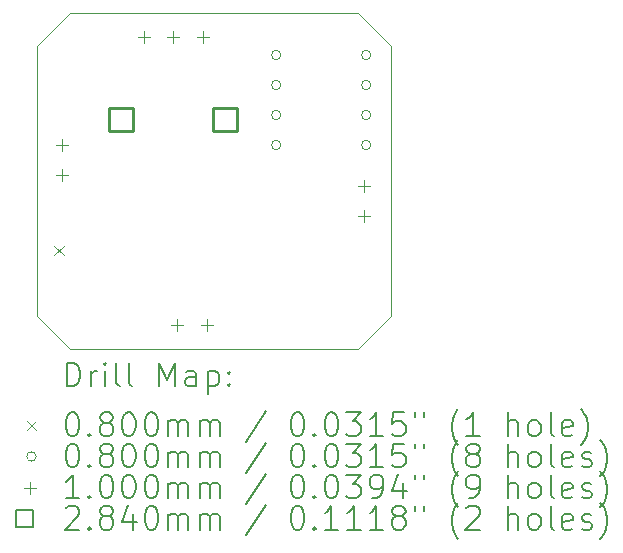
<source format=gbr>
%TF.GenerationSoftware,KiCad,Pcbnew,8.0.5*%
%TF.CreationDate,2024-10-02T19:19:46-04:00*%
%TF.ProjectId,pcb_chip,7063625f-6368-4697-902e-6b696361645f,rev?*%
%TF.SameCoordinates,Original*%
%TF.FileFunction,Drillmap*%
%TF.FilePolarity,Positive*%
%FSLAX45Y45*%
G04 Gerber Fmt 4.5, Leading zero omitted, Abs format (unit mm)*
G04 Created by KiCad (PCBNEW 8.0.5) date 2024-10-02 19:19:46*
%MOMM*%
%LPD*%
G01*
G04 APERTURE LIST*
%ADD10C,0.100000*%
%ADD11C,0.200000*%
%ADD12C,0.284000*%
G04 APERTURE END LIST*
D10*
X14325600Y-8255000D02*
X14325600Y-10541000D01*
X14046200Y-10820400D01*
X11607800Y-10820400D01*
X11328400Y-10541000D01*
X11328400Y-8255000D01*
X11607800Y-7975600D01*
X14046200Y-7975600D01*
X14325600Y-8255000D01*
D11*
D10*
X11476360Y-9947280D02*
X11556360Y-10027280D01*
X11556360Y-9947280D02*
X11476360Y-10027280D01*
X13395320Y-8331200D02*
G75*
G02*
X13315320Y-8331200I-40000J0D01*
G01*
X13315320Y-8331200D02*
G75*
G02*
X13395320Y-8331200I40000J0D01*
G01*
X13395320Y-8585200D02*
G75*
G02*
X13315320Y-8585200I-40000J0D01*
G01*
X13315320Y-8585200D02*
G75*
G02*
X13395320Y-8585200I40000J0D01*
G01*
X13395320Y-8839200D02*
G75*
G02*
X13315320Y-8839200I-40000J0D01*
G01*
X13315320Y-8839200D02*
G75*
G02*
X13395320Y-8839200I40000J0D01*
G01*
X13395320Y-9093200D02*
G75*
G02*
X13315320Y-9093200I-40000J0D01*
G01*
X13315320Y-9093200D02*
G75*
G02*
X13395320Y-9093200I40000J0D01*
G01*
X14157320Y-8331200D02*
G75*
G02*
X14077320Y-8331200I-40000J0D01*
G01*
X14077320Y-8331200D02*
G75*
G02*
X14157320Y-8331200I40000J0D01*
G01*
X14157320Y-8585200D02*
G75*
G02*
X14077320Y-8585200I-40000J0D01*
G01*
X14077320Y-8585200D02*
G75*
G02*
X14157320Y-8585200I40000J0D01*
G01*
X14157320Y-8839200D02*
G75*
G02*
X14077320Y-8839200I-40000J0D01*
G01*
X14077320Y-8839200D02*
G75*
G02*
X14157320Y-8839200I40000J0D01*
G01*
X14157320Y-9093200D02*
G75*
G02*
X14077320Y-9093200I-40000J0D01*
G01*
X14077320Y-9093200D02*
G75*
G02*
X14157320Y-9093200I40000J0D01*
G01*
X11541760Y-9043700D02*
X11541760Y-9143700D01*
X11491760Y-9093700D02*
X11591760Y-9093700D01*
X11541760Y-9297700D02*
X11541760Y-9397700D01*
X11491760Y-9347700D02*
X11591760Y-9347700D01*
X12234100Y-8125500D02*
X12234100Y-8225500D01*
X12184100Y-8175500D02*
X12284100Y-8175500D01*
X12484100Y-8125500D02*
X12484100Y-8225500D01*
X12434100Y-8175500D02*
X12534100Y-8175500D01*
X12517120Y-10567200D02*
X12517120Y-10667200D01*
X12467120Y-10617200D02*
X12567120Y-10617200D01*
X12734100Y-8125500D02*
X12734100Y-8225500D01*
X12684100Y-8175500D02*
X12784100Y-8175500D01*
X12771120Y-10567200D02*
X12771120Y-10667200D01*
X12721120Y-10617200D02*
X12821120Y-10617200D01*
X14097000Y-9386600D02*
X14097000Y-9486600D01*
X14047000Y-9436600D02*
X14147000Y-9436600D01*
X14097000Y-9640600D02*
X14097000Y-9740600D01*
X14047000Y-9690600D02*
X14147000Y-9690600D01*
D12*
X12144510Y-8975910D02*
X12144510Y-8775090D01*
X11943690Y-8775090D01*
X11943690Y-8975910D01*
X12144510Y-8975910D01*
X13024510Y-8975910D02*
X13024510Y-8775090D01*
X12823690Y-8775090D01*
X12823690Y-8975910D01*
X13024510Y-8975910D01*
D11*
X11584177Y-11136884D02*
X11584177Y-10936884D01*
X11584177Y-10936884D02*
X11631796Y-10936884D01*
X11631796Y-10936884D02*
X11660367Y-10946408D01*
X11660367Y-10946408D02*
X11679415Y-10965455D01*
X11679415Y-10965455D02*
X11688939Y-10984503D01*
X11688939Y-10984503D02*
X11698462Y-11022598D01*
X11698462Y-11022598D02*
X11698462Y-11051170D01*
X11698462Y-11051170D02*
X11688939Y-11089265D01*
X11688939Y-11089265D02*
X11679415Y-11108312D01*
X11679415Y-11108312D02*
X11660367Y-11127360D01*
X11660367Y-11127360D02*
X11631796Y-11136884D01*
X11631796Y-11136884D02*
X11584177Y-11136884D01*
X11784177Y-11136884D02*
X11784177Y-11003550D01*
X11784177Y-11041646D02*
X11793701Y-11022598D01*
X11793701Y-11022598D02*
X11803224Y-11013074D01*
X11803224Y-11013074D02*
X11822272Y-11003550D01*
X11822272Y-11003550D02*
X11841320Y-11003550D01*
X11907986Y-11136884D02*
X11907986Y-11003550D01*
X11907986Y-10936884D02*
X11898462Y-10946408D01*
X11898462Y-10946408D02*
X11907986Y-10955931D01*
X11907986Y-10955931D02*
X11917510Y-10946408D01*
X11917510Y-10946408D02*
X11907986Y-10936884D01*
X11907986Y-10936884D02*
X11907986Y-10955931D01*
X12031796Y-11136884D02*
X12012748Y-11127360D01*
X12012748Y-11127360D02*
X12003224Y-11108312D01*
X12003224Y-11108312D02*
X12003224Y-10936884D01*
X12136558Y-11136884D02*
X12117510Y-11127360D01*
X12117510Y-11127360D02*
X12107986Y-11108312D01*
X12107986Y-11108312D02*
X12107986Y-10936884D01*
X12365129Y-11136884D02*
X12365129Y-10936884D01*
X12365129Y-10936884D02*
X12431796Y-11079741D01*
X12431796Y-11079741D02*
X12498462Y-10936884D01*
X12498462Y-10936884D02*
X12498462Y-11136884D01*
X12679415Y-11136884D02*
X12679415Y-11032122D01*
X12679415Y-11032122D02*
X12669891Y-11013074D01*
X12669891Y-11013074D02*
X12650843Y-11003550D01*
X12650843Y-11003550D02*
X12612748Y-11003550D01*
X12612748Y-11003550D02*
X12593701Y-11013074D01*
X12679415Y-11127360D02*
X12660367Y-11136884D01*
X12660367Y-11136884D02*
X12612748Y-11136884D01*
X12612748Y-11136884D02*
X12593701Y-11127360D01*
X12593701Y-11127360D02*
X12584177Y-11108312D01*
X12584177Y-11108312D02*
X12584177Y-11089265D01*
X12584177Y-11089265D02*
X12593701Y-11070217D01*
X12593701Y-11070217D02*
X12612748Y-11060693D01*
X12612748Y-11060693D02*
X12660367Y-11060693D01*
X12660367Y-11060693D02*
X12679415Y-11051170D01*
X12774653Y-11003550D02*
X12774653Y-11203550D01*
X12774653Y-11013074D02*
X12793701Y-11003550D01*
X12793701Y-11003550D02*
X12831796Y-11003550D01*
X12831796Y-11003550D02*
X12850843Y-11013074D01*
X12850843Y-11013074D02*
X12860367Y-11022598D01*
X12860367Y-11022598D02*
X12869891Y-11041646D01*
X12869891Y-11041646D02*
X12869891Y-11098789D01*
X12869891Y-11098789D02*
X12860367Y-11117836D01*
X12860367Y-11117836D02*
X12850843Y-11127360D01*
X12850843Y-11127360D02*
X12831796Y-11136884D01*
X12831796Y-11136884D02*
X12793701Y-11136884D01*
X12793701Y-11136884D02*
X12774653Y-11127360D01*
X12955605Y-11117836D02*
X12965129Y-11127360D01*
X12965129Y-11127360D02*
X12955605Y-11136884D01*
X12955605Y-11136884D02*
X12946082Y-11127360D01*
X12946082Y-11127360D02*
X12955605Y-11117836D01*
X12955605Y-11117836D02*
X12955605Y-11136884D01*
X12955605Y-11013074D02*
X12965129Y-11022598D01*
X12965129Y-11022598D02*
X12955605Y-11032122D01*
X12955605Y-11032122D02*
X12946082Y-11022598D01*
X12946082Y-11022598D02*
X12955605Y-11013074D01*
X12955605Y-11013074D02*
X12955605Y-11032122D01*
D10*
X11243400Y-11425400D02*
X11323400Y-11505400D01*
X11323400Y-11425400D02*
X11243400Y-11505400D01*
D11*
X11622272Y-11356884D02*
X11641320Y-11356884D01*
X11641320Y-11356884D02*
X11660367Y-11366408D01*
X11660367Y-11366408D02*
X11669891Y-11375931D01*
X11669891Y-11375931D02*
X11679415Y-11394979D01*
X11679415Y-11394979D02*
X11688939Y-11433074D01*
X11688939Y-11433074D02*
X11688939Y-11480693D01*
X11688939Y-11480693D02*
X11679415Y-11518788D01*
X11679415Y-11518788D02*
X11669891Y-11537836D01*
X11669891Y-11537836D02*
X11660367Y-11547360D01*
X11660367Y-11547360D02*
X11641320Y-11556884D01*
X11641320Y-11556884D02*
X11622272Y-11556884D01*
X11622272Y-11556884D02*
X11603224Y-11547360D01*
X11603224Y-11547360D02*
X11593701Y-11537836D01*
X11593701Y-11537836D02*
X11584177Y-11518788D01*
X11584177Y-11518788D02*
X11574653Y-11480693D01*
X11574653Y-11480693D02*
X11574653Y-11433074D01*
X11574653Y-11433074D02*
X11584177Y-11394979D01*
X11584177Y-11394979D02*
X11593701Y-11375931D01*
X11593701Y-11375931D02*
X11603224Y-11366408D01*
X11603224Y-11366408D02*
X11622272Y-11356884D01*
X11774653Y-11537836D02*
X11784177Y-11547360D01*
X11784177Y-11547360D02*
X11774653Y-11556884D01*
X11774653Y-11556884D02*
X11765129Y-11547360D01*
X11765129Y-11547360D02*
X11774653Y-11537836D01*
X11774653Y-11537836D02*
X11774653Y-11556884D01*
X11898462Y-11442598D02*
X11879415Y-11433074D01*
X11879415Y-11433074D02*
X11869891Y-11423550D01*
X11869891Y-11423550D02*
X11860367Y-11404503D01*
X11860367Y-11404503D02*
X11860367Y-11394979D01*
X11860367Y-11394979D02*
X11869891Y-11375931D01*
X11869891Y-11375931D02*
X11879415Y-11366408D01*
X11879415Y-11366408D02*
X11898462Y-11356884D01*
X11898462Y-11356884D02*
X11936558Y-11356884D01*
X11936558Y-11356884D02*
X11955605Y-11366408D01*
X11955605Y-11366408D02*
X11965129Y-11375931D01*
X11965129Y-11375931D02*
X11974653Y-11394979D01*
X11974653Y-11394979D02*
X11974653Y-11404503D01*
X11974653Y-11404503D02*
X11965129Y-11423550D01*
X11965129Y-11423550D02*
X11955605Y-11433074D01*
X11955605Y-11433074D02*
X11936558Y-11442598D01*
X11936558Y-11442598D02*
X11898462Y-11442598D01*
X11898462Y-11442598D02*
X11879415Y-11452122D01*
X11879415Y-11452122D02*
X11869891Y-11461646D01*
X11869891Y-11461646D02*
X11860367Y-11480693D01*
X11860367Y-11480693D02*
X11860367Y-11518788D01*
X11860367Y-11518788D02*
X11869891Y-11537836D01*
X11869891Y-11537836D02*
X11879415Y-11547360D01*
X11879415Y-11547360D02*
X11898462Y-11556884D01*
X11898462Y-11556884D02*
X11936558Y-11556884D01*
X11936558Y-11556884D02*
X11955605Y-11547360D01*
X11955605Y-11547360D02*
X11965129Y-11537836D01*
X11965129Y-11537836D02*
X11974653Y-11518788D01*
X11974653Y-11518788D02*
X11974653Y-11480693D01*
X11974653Y-11480693D02*
X11965129Y-11461646D01*
X11965129Y-11461646D02*
X11955605Y-11452122D01*
X11955605Y-11452122D02*
X11936558Y-11442598D01*
X12098462Y-11356884D02*
X12117510Y-11356884D01*
X12117510Y-11356884D02*
X12136558Y-11366408D01*
X12136558Y-11366408D02*
X12146082Y-11375931D01*
X12146082Y-11375931D02*
X12155605Y-11394979D01*
X12155605Y-11394979D02*
X12165129Y-11433074D01*
X12165129Y-11433074D02*
X12165129Y-11480693D01*
X12165129Y-11480693D02*
X12155605Y-11518788D01*
X12155605Y-11518788D02*
X12146082Y-11537836D01*
X12146082Y-11537836D02*
X12136558Y-11547360D01*
X12136558Y-11547360D02*
X12117510Y-11556884D01*
X12117510Y-11556884D02*
X12098462Y-11556884D01*
X12098462Y-11556884D02*
X12079415Y-11547360D01*
X12079415Y-11547360D02*
X12069891Y-11537836D01*
X12069891Y-11537836D02*
X12060367Y-11518788D01*
X12060367Y-11518788D02*
X12050843Y-11480693D01*
X12050843Y-11480693D02*
X12050843Y-11433074D01*
X12050843Y-11433074D02*
X12060367Y-11394979D01*
X12060367Y-11394979D02*
X12069891Y-11375931D01*
X12069891Y-11375931D02*
X12079415Y-11366408D01*
X12079415Y-11366408D02*
X12098462Y-11356884D01*
X12288939Y-11356884D02*
X12307986Y-11356884D01*
X12307986Y-11356884D02*
X12327034Y-11366408D01*
X12327034Y-11366408D02*
X12336558Y-11375931D01*
X12336558Y-11375931D02*
X12346082Y-11394979D01*
X12346082Y-11394979D02*
X12355605Y-11433074D01*
X12355605Y-11433074D02*
X12355605Y-11480693D01*
X12355605Y-11480693D02*
X12346082Y-11518788D01*
X12346082Y-11518788D02*
X12336558Y-11537836D01*
X12336558Y-11537836D02*
X12327034Y-11547360D01*
X12327034Y-11547360D02*
X12307986Y-11556884D01*
X12307986Y-11556884D02*
X12288939Y-11556884D01*
X12288939Y-11556884D02*
X12269891Y-11547360D01*
X12269891Y-11547360D02*
X12260367Y-11537836D01*
X12260367Y-11537836D02*
X12250843Y-11518788D01*
X12250843Y-11518788D02*
X12241320Y-11480693D01*
X12241320Y-11480693D02*
X12241320Y-11433074D01*
X12241320Y-11433074D02*
X12250843Y-11394979D01*
X12250843Y-11394979D02*
X12260367Y-11375931D01*
X12260367Y-11375931D02*
X12269891Y-11366408D01*
X12269891Y-11366408D02*
X12288939Y-11356884D01*
X12441320Y-11556884D02*
X12441320Y-11423550D01*
X12441320Y-11442598D02*
X12450843Y-11433074D01*
X12450843Y-11433074D02*
X12469891Y-11423550D01*
X12469891Y-11423550D02*
X12498463Y-11423550D01*
X12498463Y-11423550D02*
X12517510Y-11433074D01*
X12517510Y-11433074D02*
X12527034Y-11452122D01*
X12527034Y-11452122D02*
X12527034Y-11556884D01*
X12527034Y-11452122D02*
X12536558Y-11433074D01*
X12536558Y-11433074D02*
X12555605Y-11423550D01*
X12555605Y-11423550D02*
X12584177Y-11423550D01*
X12584177Y-11423550D02*
X12603224Y-11433074D01*
X12603224Y-11433074D02*
X12612748Y-11452122D01*
X12612748Y-11452122D02*
X12612748Y-11556884D01*
X12707986Y-11556884D02*
X12707986Y-11423550D01*
X12707986Y-11442598D02*
X12717510Y-11433074D01*
X12717510Y-11433074D02*
X12736558Y-11423550D01*
X12736558Y-11423550D02*
X12765129Y-11423550D01*
X12765129Y-11423550D02*
X12784177Y-11433074D01*
X12784177Y-11433074D02*
X12793701Y-11452122D01*
X12793701Y-11452122D02*
X12793701Y-11556884D01*
X12793701Y-11452122D02*
X12803224Y-11433074D01*
X12803224Y-11433074D02*
X12822272Y-11423550D01*
X12822272Y-11423550D02*
X12850843Y-11423550D01*
X12850843Y-11423550D02*
X12869891Y-11433074D01*
X12869891Y-11433074D02*
X12879415Y-11452122D01*
X12879415Y-11452122D02*
X12879415Y-11556884D01*
X13269891Y-11347360D02*
X13098463Y-11604503D01*
X13527034Y-11356884D02*
X13546082Y-11356884D01*
X13546082Y-11356884D02*
X13565129Y-11366408D01*
X13565129Y-11366408D02*
X13574653Y-11375931D01*
X13574653Y-11375931D02*
X13584177Y-11394979D01*
X13584177Y-11394979D02*
X13593701Y-11433074D01*
X13593701Y-11433074D02*
X13593701Y-11480693D01*
X13593701Y-11480693D02*
X13584177Y-11518788D01*
X13584177Y-11518788D02*
X13574653Y-11537836D01*
X13574653Y-11537836D02*
X13565129Y-11547360D01*
X13565129Y-11547360D02*
X13546082Y-11556884D01*
X13546082Y-11556884D02*
X13527034Y-11556884D01*
X13527034Y-11556884D02*
X13507986Y-11547360D01*
X13507986Y-11547360D02*
X13498463Y-11537836D01*
X13498463Y-11537836D02*
X13488939Y-11518788D01*
X13488939Y-11518788D02*
X13479415Y-11480693D01*
X13479415Y-11480693D02*
X13479415Y-11433074D01*
X13479415Y-11433074D02*
X13488939Y-11394979D01*
X13488939Y-11394979D02*
X13498463Y-11375931D01*
X13498463Y-11375931D02*
X13507986Y-11366408D01*
X13507986Y-11366408D02*
X13527034Y-11356884D01*
X13679415Y-11537836D02*
X13688939Y-11547360D01*
X13688939Y-11547360D02*
X13679415Y-11556884D01*
X13679415Y-11556884D02*
X13669891Y-11547360D01*
X13669891Y-11547360D02*
X13679415Y-11537836D01*
X13679415Y-11537836D02*
X13679415Y-11556884D01*
X13812748Y-11356884D02*
X13831796Y-11356884D01*
X13831796Y-11356884D02*
X13850844Y-11366408D01*
X13850844Y-11366408D02*
X13860367Y-11375931D01*
X13860367Y-11375931D02*
X13869891Y-11394979D01*
X13869891Y-11394979D02*
X13879415Y-11433074D01*
X13879415Y-11433074D02*
X13879415Y-11480693D01*
X13879415Y-11480693D02*
X13869891Y-11518788D01*
X13869891Y-11518788D02*
X13860367Y-11537836D01*
X13860367Y-11537836D02*
X13850844Y-11547360D01*
X13850844Y-11547360D02*
X13831796Y-11556884D01*
X13831796Y-11556884D02*
X13812748Y-11556884D01*
X13812748Y-11556884D02*
X13793701Y-11547360D01*
X13793701Y-11547360D02*
X13784177Y-11537836D01*
X13784177Y-11537836D02*
X13774653Y-11518788D01*
X13774653Y-11518788D02*
X13765129Y-11480693D01*
X13765129Y-11480693D02*
X13765129Y-11433074D01*
X13765129Y-11433074D02*
X13774653Y-11394979D01*
X13774653Y-11394979D02*
X13784177Y-11375931D01*
X13784177Y-11375931D02*
X13793701Y-11366408D01*
X13793701Y-11366408D02*
X13812748Y-11356884D01*
X13946082Y-11356884D02*
X14069891Y-11356884D01*
X14069891Y-11356884D02*
X14003225Y-11433074D01*
X14003225Y-11433074D02*
X14031796Y-11433074D01*
X14031796Y-11433074D02*
X14050844Y-11442598D01*
X14050844Y-11442598D02*
X14060367Y-11452122D01*
X14060367Y-11452122D02*
X14069891Y-11471169D01*
X14069891Y-11471169D02*
X14069891Y-11518788D01*
X14069891Y-11518788D02*
X14060367Y-11537836D01*
X14060367Y-11537836D02*
X14050844Y-11547360D01*
X14050844Y-11547360D02*
X14031796Y-11556884D01*
X14031796Y-11556884D02*
X13974653Y-11556884D01*
X13974653Y-11556884D02*
X13955606Y-11547360D01*
X13955606Y-11547360D02*
X13946082Y-11537836D01*
X14260367Y-11556884D02*
X14146082Y-11556884D01*
X14203225Y-11556884D02*
X14203225Y-11356884D01*
X14203225Y-11356884D02*
X14184177Y-11385455D01*
X14184177Y-11385455D02*
X14165129Y-11404503D01*
X14165129Y-11404503D02*
X14146082Y-11414027D01*
X14441320Y-11356884D02*
X14346082Y-11356884D01*
X14346082Y-11356884D02*
X14336558Y-11452122D01*
X14336558Y-11452122D02*
X14346082Y-11442598D01*
X14346082Y-11442598D02*
X14365129Y-11433074D01*
X14365129Y-11433074D02*
X14412748Y-11433074D01*
X14412748Y-11433074D02*
X14431796Y-11442598D01*
X14431796Y-11442598D02*
X14441320Y-11452122D01*
X14441320Y-11452122D02*
X14450844Y-11471169D01*
X14450844Y-11471169D02*
X14450844Y-11518788D01*
X14450844Y-11518788D02*
X14441320Y-11537836D01*
X14441320Y-11537836D02*
X14431796Y-11547360D01*
X14431796Y-11547360D02*
X14412748Y-11556884D01*
X14412748Y-11556884D02*
X14365129Y-11556884D01*
X14365129Y-11556884D02*
X14346082Y-11547360D01*
X14346082Y-11547360D02*
X14336558Y-11537836D01*
X14527034Y-11356884D02*
X14527034Y-11394979D01*
X14603225Y-11356884D02*
X14603225Y-11394979D01*
X14898463Y-11633074D02*
X14888939Y-11623550D01*
X14888939Y-11623550D02*
X14869891Y-11594979D01*
X14869891Y-11594979D02*
X14860368Y-11575931D01*
X14860368Y-11575931D02*
X14850844Y-11547360D01*
X14850844Y-11547360D02*
X14841320Y-11499741D01*
X14841320Y-11499741D02*
X14841320Y-11461646D01*
X14841320Y-11461646D02*
X14850844Y-11414027D01*
X14850844Y-11414027D02*
X14860368Y-11385455D01*
X14860368Y-11385455D02*
X14869891Y-11366408D01*
X14869891Y-11366408D02*
X14888939Y-11337836D01*
X14888939Y-11337836D02*
X14898463Y-11328312D01*
X15079415Y-11556884D02*
X14965129Y-11556884D01*
X15022272Y-11556884D02*
X15022272Y-11356884D01*
X15022272Y-11356884D02*
X15003225Y-11385455D01*
X15003225Y-11385455D02*
X14984177Y-11404503D01*
X14984177Y-11404503D02*
X14965129Y-11414027D01*
X15317510Y-11556884D02*
X15317510Y-11356884D01*
X15403225Y-11556884D02*
X15403225Y-11452122D01*
X15403225Y-11452122D02*
X15393701Y-11433074D01*
X15393701Y-11433074D02*
X15374653Y-11423550D01*
X15374653Y-11423550D02*
X15346082Y-11423550D01*
X15346082Y-11423550D02*
X15327034Y-11433074D01*
X15327034Y-11433074D02*
X15317510Y-11442598D01*
X15527034Y-11556884D02*
X15507987Y-11547360D01*
X15507987Y-11547360D02*
X15498463Y-11537836D01*
X15498463Y-11537836D02*
X15488939Y-11518788D01*
X15488939Y-11518788D02*
X15488939Y-11461646D01*
X15488939Y-11461646D02*
X15498463Y-11442598D01*
X15498463Y-11442598D02*
X15507987Y-11433074D01*
X15507987Y-11433074D02*
X15527034Y-11423550D01*
X15527034Y-11423550D02*
X15555606Y-11423550D01*
X15555606Y-11423550D02*
X15574653Y-11433074D01*
X15574653Y-11433074D02*
X15584177Y-11442598D01*
X15584177Y-11442598D02*
X15593701Y-11461646D01*
X15593701Y-11461646D02*
X15593701Y-11518788D01*
X15593701Y-11518788D02*
X15584177Y-11537836D01*
X15584177Y-11537836D02*
X15574653Y-11547360D01*
X15574653Y-11547360D02*
X15555606Y-11556884D01*
X15555606Y-11556884D02*
X15527034Y-11556884D01*
X15707987Y-11556884D02*
X15688939Y-11547360D01*
X15688939Y-11547360D02*
X15679415Y-11528312D01*
X15679415Y-11528312D02*
X15679415Y-11356884D01*
X15860368Y-11547360D02*
X15841320Y-11556884D01*
X15841320Y-11556884D02*
X15803225Y-11556884D01*
X15803225Y-11556884D02*
X15784177Y-11547360D01*
X15784177Y-11547360D02*
X15774653Y-11528312D01*
X15774653Y-11528312D02*
X15774653Y-11452122D01*
X15774653Y-11452122D02*
X15784177Y-11433074D01*
X15784177Y-11433074D02*
X15803225Y-11423550D01*
X15803225Y-11423550D02*
X15841320Y-11423550D01*
X15841320Y-11423550D02*
X15860368Y-11433074D01*
X15860368Y-11433074D02*
X15869891Y-11452122D01*
X15869891Y-11452122D02*
X15869891Y-11471169D01*
X15869891Y-11471169D02*
X15774653Y-11490217D01*
X15936558Y-11633074D02*
X15946082Y-11623550D01*
X15946082Y-11623550D02*
X15965130Y-11594979D01*
X15965130Y-11594979D02*
X15974653Y-11575931D01*
X15974653Y-11575931D02*
X15984177Y-11547360D01*
X15984177Y-11547360D02*
X15993701Y-11499741D01*
X15993701Y-11499741D02*
X15993701Y-11461646D01*
X15993701Y-11461646D02*
X15984177Y-11414027D01*
X15984177Y-11414027D02*
X15974653Y-11385455D01*
X15974653Y-11385455D02*
X15965130Y-11366408D01*
X15965130Y-11366408D02*
X15946082Y-11337836D01*
X15946082Y-11337836D02*
X15936558Y-11328312D01*
D10*
X11323400Y-11729400D02*
G75*
G02*
X11243400Y-11729400I-40000J0D01*
G01*
X11243400Y-11729400D02*
G75*
G02*
X11323400Y-11729400I40000J0D01*
G01*
D11*
X11622272Y-11620884D02*
X11641320Y-11620884D01*
X11641320Y-11620884D02*
X11660367Y-11630408D01*
X11660367Y-11630408D02*
X11669891Y-11639931D01*
X11669891Y-11639931D02*
X11679415Y-11658979D01*
X11679415Y-11658979D02*
X11688939Y-11697074D01*
X11688939Y-11697074D02*
X11688939Y-11744693D01*
X11688939Y-11744693D02*
X11679415Y-11782788D01*
X11679415Y-11782788D02*
X11669891Y-11801836D01*
X11669891Y-11801836D02*
X11660367Y-11811360D01*
X11660367Y-11811360D02*
X11641320Y-11820884D01*
X11641320Y-11820884D02*
X11622272Y-11820884D01*
X11622272Y-11820884D02*
X11603224Y-11811360D01*
X11603224Y-11811360D02*
X11593701Y-11801836D01*
X11593701Y-11801836D02*
X11584177Y-11782788D01*
X11584177Y-11782788D02*
X11574653Y-11744693D01*
X11574653Y-11744693D02*
X11574653Y-11697074D01*
X11574653Y-11697074D02*
X11584177Y-11658979D01*
X11584177Y-11658979D02*
X11593701Y-11639931D01*
X11593701Y-11639931D02*
X11603224Y-11630408D01*
X11603224Y-11630408D02*
X11622272Y-11620884D01*
X11774653Y-11801836D02*
X11784177Y-11811360D01*
X11784177Y-11811360D02*
X11774653Y-11820884D01*
X11774653Y-11820884D02*
X11765129Y-11811360D01*
X11765129Y-11811360D02*
X11774653Y-11801836D01*
X11774653Y-11801836D02*
X11774653Y-11820884D01*
X11898462Y-11706598D02*
X11879415Y-11697074D01*
X11879415Y-11697074D02*
X11869891Y-11687550D01*
X11869891Y-11687550D02*
X11860367Y-11668503D01*
X11860367Y-11668503D02*
X11860367Y-11658979D01*
X11860367Y-11658979D02*
X11869891Y-11639931D01*
X11869891Y-11639931D02*
X11879415Y-11630408D01*
X11879415Y-11630408D02*
X11898462Y-11620884D01*
X11898462Y-11620884D02*
X11936558Y-11620884D01*
X11936558Y-11620884D02*
X11955605Y-11630408D01*
X11955605Y-11630408D02*
X11965129Y-11639931D01*
X11965129Y-11639931D02*
X11974653Y-11658979D01*
X11974653Y-11658979D02*
X11974653Y-11668503D01*
X11974653Y-11668503D02*
X11965129Y-11687550D01*
X11965129Y-11687550D02*
X11955605Y-11697074D01*
X11955605Y-11697074D02*
X11936558Y-11706598D01*
X11936558Y-11706598D02*
X11898462Y-11706598D01*
X11898462Y-11706598D02*
X11879415Y-11716122D01*
X11879415Y-11716122D02*
X11869891Y-11725646D01*
X11869891Y-11725646D02*
X11860367Y-11744693D01*
X11860367Y-11744693D02*
X11860367Y-11782788D01*
X11860367Y-11782788D02*
X11869891Y-11801836D01*
X11869891Y-11801836D02*
X11879415Y-11811360D01*
X11879415Y-11811360D02*
X11898462Y-11820884D01*
X11898462Y-11820884D02*
X11936558Y-11820884D01*
X11936558Y-11820884D02*
X11955605Y-11811360D01*
X11955605Y-11811360D02*
X11965129Y-11801836D01*
X11965129Y-11801836D02*
X11974653Y-11782788D01*
X11974653Y-11782788D02*
X11974653Y-11744693D01*
X11974653Y-11744693D02*
X11965129Y-11725646D01*
X11965129Y-11725646D02*
X11955605Y-11716122D01*
X11955605Y-11716122D02*
X11936558Y-11706598D01*
X12098462Y-11620884D02*
X12117510Y-11620884D01*
X12117510Y-11620884D02*
X12136558Y-11630408D01*
X12136558Y-11630408D02*
X12146082Y-11639931D01*
X12146082Y-11639931D02*
X12155605Y-11658979D01*
X12155605Y-11658979D02*
X12165129Y-11697074D01*
X12165129Y-11697074D02*
X12165129Y-11744693D01*
X12165129Y-11744693D02*
X12155605Y-11782788D01*
X12155605Y-11782788D02*
X12146082Y-11801836D01*
X12146082Y-11801836D02*
X12136558Y-11811360D01*
X12136558Y-11811360D02*
X12117510Y-11820884D01*
X12117510Y-11820884D02*
X12098462Y-11820884D01*
X12098462Y-11820884D02*
X12079415Y-11811360D01*
X12079415Y-11811360D02*
X12069891Y-11801836D01*
X12069891Y-11801836D02*
X12060367Y-11782788D01*
X12060367Y-11782788D02*
X12050843Y-11744693D01*
X12050843Y-11744693D02*
X12050843Y-11697074D01*
X12050843Y-11697074D02*
X12060367Y-11658979D01*
X12060367Y-11658979D02*
X12069891Y-11639931D01*
X12069891Y-11639931D02*
X12079415Y-11630408D01*
X12079415Y-11630408D02*
X12098462Y-11620884D01*
X12288939Y-11620884D02*
X12307986Y-11620884D01*
X12307986Y-11620884D02*
X12327034Y-11630408D01*
X12327034Y-11630408D02*
X12336558Y-11639931D01*
X12336558Y-11639931D02*
X12346082Y-11658979D01*
X12346082Y-11658979D02*
X12355605Y-11697074D01*
X12355605Y-11697074D02*
X12355605Y-11744693D01*
X12355605Y-11744693D02*
X12346082Y-11782788D01*
X12346082Y-11782788D02*
X12336558Y-11801836D01*
X12336558Y-11801836D02*
X12327034Y-11811360D01*
X12327034Y-11811360D02*
X12307986Y-11820884D01*
X12307986Y-11820884D02*
X12288939Y-11820884D01*
X12288939Y-11820884D02*
X12269891Y-11811360D01*
X12269891Y-11811360D02*
X12260367Y-11801836D01*
X12260367Y-11801836D02*
X12250843Y-11782788D01*
X12250843Y-11782788D02*
X12241320Y-11744693D01*
X12241320Y-11744693D02*
X12241320Y-11697074D01*
X12241320Y-11697074D02*
X12250843Y-11658979D01*
X12250843Y-11658979D02*
X12260367Y-11639931D01*
X12260367Y-11639931D02*
X12269891Y-11630408D01*
X12269891Y-11630408D02*
X12288939Y-11620884D01*
X12441320Y-11820884D02*
X12441320Y-11687550D01*
X12441320Y-11706598D02*
X12450843Y-11697074D01*
X12450843Y-11697074D02*
X12469891Y-11687550D01*
X12469891Y-11687550D02*
X12498463Y-11687550D01*
X12498463Y-11687550D02*
X12517510Y-11697074D01*
X12517510Y-11697074D02*
X12527034Y-11716122D01*
X12527034Y-11716122D02*
X12527034Y-11820884D01*
X12527034Y-11716122D02*
X12536558Y-11697074D01*
X12536558Y-11697074D02*
X12555605Y-11687550D01*
X12555605Y-11687550D02*
X12584177Y-11687550D01*
X12584177Y-11687550D02*
X12603224Y-11697074D01*
X12603224Y-11697074D02*
X12612748Y-11716122D01*
X12612748Y-11716122D02*
X12612748Y-11820884D01*
X12707986Y-11820884D02*
X12707986Y-11687550D01*
X12707986Y-11706598D02*
X12717510Y-11697074D01*
X12717510Y-11697074D02*
X12736558Y-11687550D01*
X12736558Y-11687550D02*
X12765129Y-11687550D01*
X12765129Y-11687550D02*
X12784177Y-11697074D01*
X12784177Y-11697074D02*
X12793701Y-11716122D01*
X12793701Y-11716122D02*
X12793701Y-11820884D01*
X12793701Y-11716122D02*
X12803224Y-11697074D01*
X12803224Y-11697074D02*
X12822272Y-11687550D01*
X12822272Y-11687550D02*
X12850843Y-11687550D01*
X12850843Y-11687550D02*
X12869891Y-11697074D01*
X12869891Y-11697074D02*
X12879415Y-11716122D01*
X12879415Y-11716122D02*
X12879415Y-11820884D01*
X13269891Y-11611360D02*
X13098463Y-11868503D01*
X13527034Y-11620884D02*
X13546082Y-11620884D01*
X13546082Y-11620884D02*
X13565129Y-11630408D01*
X13565129Y-11630408D02*
X13574653Y-11639931D01*
X13574653Y-11639931D02*
X13584177Y-11658979D01*
X13584177Y-11658979D02*
X13593701Y-11697074D01*
X13593701Y-11697074D02*
X13593701Y-11744693D01*
X13593701Y-11744693D02*
X13584177Y-11782788D01*
X13584177Y-11782788D02*
X13574653Y-11801836D01*
X13574653Y-11801836D02*
X13565129Y-11811360D01*
X13565129Y-11811360D02*
X13546082Y-11820884D01*
X13546082Y-11820884D02*
X13527034Y-11820884D01*
X13527034Y-11820884D02*
X13507986Y-11811360D01*
X13507986Y-11811360D02*
X13498463Y-11801836D01*
X13498463Y-11801836D02*
X13488939Y-11782788D01*
X13488939Y-11782788D02*
X13479415Y-11744693D01*
X13479415Y-11744693D02*
X13479415Y-11697074D01*
X13479415Y-11697074D02*
X13488939Y-11658979D01*
X13488939Y-11658979D02*
X13498463Y-11639931D01*
X13498463Y-11639931D02*
X13507986Y-11630408D01*
X13507986Y-11630408D02*
X13527034Y-11620884D01*
X13679415Y-11801836D02*
X13688939Y-11811360D01*
X13688939Y-11811360D02*
X13679415Y-11820884D01*
X13679415Y-11820884D02*
X13669891Y-11811360D01*
X13669891Y-11811360D02*
X13679415Y-11801836D01*
X13679415Y-11801836D02*
X13679415Y-11820884D01*
X13812748Y-11620884D02*
X13831796Y-11620884D01*
X13831796Y-11620884D02*
X13850844Y-11630408D01*
X13850844Y-11630408D02*
X13860367Y-11639931D01*
X13860367Y-11639931D02*
X13869891Y-11658979D01*
X13869891Y-11658979D02*
X13879415Y-11697074D01*
X13879415Y-11697074D02*
X13879415Y-11744693D01*
X13879415Y-11744693D02*
X13869891Y-11782788D01*
X13869891Y-11782788D02*
X13860367Y-11801836D01*
X13860367Y-11801836D02*
X13850844Y-11811360D01*
X13850844Y-11811360D02*
X13831796Y-11820884D01*
X13831796Y-11820884D02*
X13812748Y-11820884D01*
X13812748Y-11820884D02*
X13793701Y-11811360D01*
X13793701Y-11811360D02*
X13784177Y-11801836D01*
X13784177Y-11801836D02*
X13774653Y-11782788D01*
X13774653Y-11782788D02*
X13765129Y-11744693D01*
X13765129Y-11744693D02*
X13765129Y-11697074D01*
X13765129Y-11697074D02*
X13774653Y-11658979D01*
X13774653Y-11658979D02*
X13784177Y-11639931D01*
X13784177Y-11639931D02*
X13793701Y-11630408D01*
X13793701Y-11630408D02*
X13812748Y-11620884D01*
X13946082Y-11620884D02*
X14069891Y-11620884D01*
X14069891Y-11620884D02*
X14003225Y-11697074D01*
X14003225Y-11697074D02*
X14031796Y-11697074D01*
X14031796Y-11697074D02*
X14050844Y-11706598D01*
X14050844Y-11706598D02*
X14060367Y-11716122D01*
X14060367Y-11716122D02*
X14069891Y-11735169D01*
X14069891Y-11735169D02*
X14069891Y-11782788D01*
X14069891Y-11782788D02*
X14060367Y-11801836D01*
X14060367Y-11801836D02*
X14050844Y-11811360D01*
X14050844Y-11811360D02*
X14031796Y-11820884D01*
X14031796Y-11820884D02*
X13974653Y-11820884D01*
X13974653Y-11820884D02*
X13955606Y-11811360D01*
X13955606Y-11811360D02*
X13946082Y-11801836D01*
X14260367Y-11820884D02*
X14146082Y-11820884D01*
X14203225Y-11820884D02*
X14203225Y-11620884D01*
X14203225Y-11620884D02*
X14184177Y-11649455D01*
X14184177Y-11649455D02*
X14165129Y-11668503D01*
X14165129Y-11668503D02*
X14146082Y-11678027D01*
X14441320Y-11620884D02*
X14346082Y-11620884D01*
X14346082Y-11620884D02*
X14336558Y-11716122D01*
X14336558Y-11716122D02*
X14346082Y-11706598D01*
X14346082Y-11706598D02*
X14365129Y-11697074D01*
X14365129Y-11697074D02*
X14412748Y-11697074D01*
X14412748Y-11697074D02*
X14431796Y-11706598D01*
X14431796Y-11706598D02*
X14441320Y-11716122D01*
X14441320Y-11716122D02*
X14450844Y-11735169D01*
X14450844Y-11735169D02*
X14450844Y-11782788D01*
X14450844Y-11782788D02*
X14441320Y-11801836D01*
X14441320Y-11801836D02*
X14431796Y-11811360D01*
X14431796Y-11811360D02*
X14412748Y-11820884D01*
X14412748Y-11820884D02*
X14365129Y-11820884D01*
X14365129Y-11820884D02*
X14346082Y-11811360D01*
X14346082Y-11811360D02*
X14336558Y-11801836D01*
X14527034Y-11620884D02*
X14527034Y-11658979D01*
X14603225Y-11620884D02*
X14603225Y-11658979D01*
X14898463Y-11897074D02*
X14888939Y-11887550D01*
X14888939Y-11887550D02*
X14869891Y-11858979D01*
X14869891Y-11858979D02*
X14860368Y-11839931D01*
X14860368Y-11839931D02*
X14850844Y-11811360D01*
X14850844Y-11811360D02*
X14841320Y-11763741D01*
X14841320Y-11763741D02*
X14841320Y-11725646D01*
X14841320Y-11725646D02*
X14850844Y-11678027D01*
X14850844Y-11678027D02*
X14860368Y-11649455D01*
X14860368Y-11649455D02*
X14869891Y-11630408D01*
X14869891Y-11630408D02*
X14888939Y-11601836D01*
X14888939Y-11601836D02*
X14898463Y-11592312D01*
X15003225Y-11706598D02*
X14984177Y-11697074D01*
X14984177Y-11697074D02*
X14974653Y-11687550D01*
X14974653Y-11687550D02*
X14965129Y-11668503D01*
X14965129Y-11668503D02*
X14965129Y-11658979D01*
X14965129Y-11658979D02*
X14974653Y-11639931D01*
X14974653Y-11639931D02*
X14984177Y-11630408D01*
X14984177Y-11630408D02*
X15003225Y-11620884D01*
X15003225Y-11620884D02*
X15041320Y-11620884D01*
X15041320Y-11620884D02*
X15060368Y-11630408D01*
X15060368Y-11630408D02*
X15069891Y-11639931D01*
X15069891Y-11639931D02*
X15079415Y-11658979D01*
X15079415Y-11658979D02*
X15079415Y-11668503D01*
X15079415Y-11668503D02*
X15069891Y-11687550D01*
X15069891Y-11687550D02*
X15060368Y-11697074D01*
X15060368Y-11697074D02*
X15041320Y-11706598D01*
X15041320Y-11706598D02*
X15003225Y-11706598D01*
X15003225Y-11706598D02*
X14984177Y-11716122D01*
X14984177Y-11716122D02*
X14974653Y-11725646D01*
X14974653Y-11725646D02*
X14965129Y-11744693D01*
X14965129Y-11744693D02*
X14965129Y-11782788D01*
X14965129Y-11782788D02*
X14974653Y-11801836D01*
X14974653Y-11801836D02*
X14984177Y-11811360D01*
X14984177Y-11811360D02*
X15003225Y-11820884D01*
X15003225Y-11820884D02*
X15041320Y-11820884D01*
X15041320Y-11820884D02*
X15060368Y-11811360D01*
X15060368Y-11811360D02*
X15069891Y-11801836D01*
X15069891Y-11801836D02*
X15079415Y-11782788D01*
X15079415Y-11782788D02*
X15079415Y-11744693D01*
X15079415Y-11744693D02*
X15069891Y-11725646D01*
X15069891Y-11725646D02*
X15060368Y-11716122D01*
X15060368Y-11716122D02*
X15041320Y-11706598D01*
X15317510Y-11820884D02*
X15317510Y-11620884D01*
X15403225Y-11820884D02*
X15403225Y-11716122D01*
X15403225Y-11716122D02*
X15393701Y-11697074D01*
X15393701Y-11697074D02*
X15374653Y-11687550D01*
X15374653Y-11687550D02*
X15346082Y-11687550D01*
X15346082Y-11687550D02*
X15327034Y-11697074D01*
X15327034Y-11697074D02*
X15317510Y-11706598D01*
X15527034Y-11820884D02*
X15507987Y-11811360D01*
X15507987Y-11811360D02*
X15498463Y-11801836D01*
X15498463Y-11801836D02*
X15488939Y-11782788D01*
X15488939Y-11782788D02*
X15488939Y-11725646D01*
X15488939Y-11725646D02*
X15498463Y-11706598D01*
X15498463Y-11706598D02*
X15507987Y-11697074D01*
X15507987Y-11697074D02*
X15527034Y-11687550D01*
X15527034Y-11687550D02*
X15555606Y-11687550D01*
X15555606Y-11687550D02*
X15574653Y-11697074D01*
X15574653Y-11697074D02*
X15584177Y-11706598D01*
X15584177Y-11706598D02*
X15593701Y-11725646D01*
X15593701Y-11725646D02*
X15593701Y-11782788D01*
X15593701Y-11782788D02*
X15584177Y-11801836D01*
X15584177Y-11801836D02*
X15574653Y-11811360D01*
X15574653Y-11811360D02*
X15555606Y-11820884D01*
X15555606Y-11820884D02*
X15527034Y-11820884D01*
X15707987Y-11820884D02*
X15688939Y-11811360D01*
X15688939Y-11811360D02*
X15679415Y-11792312D01*
X15679415Y-11792312D02*
X15679415Y-11620884D01*
X15860368Y-11811360D02*
X15841320Y-11820884D01*
X15841320Y-11820884D02*
X15803225Y-11820884D01*
X15803225Y-11820884D02*
X15784177Y-11811360D01*
X15784177Y-11811360D02*
X15774653Y-11792312D01*
X15774653Y-11792312D02*
X15774653Y-11716122D01*
X15774653Y-11716122D02*
X15784177Y-11697074D01*
X15784177Y-11697074D02*
X15803225Y-11687550D01*
X15803225Y-11687550D02*
X15841320Y-11687550D01*
X15841320Y-11687550D02*
X15860368Y-11697074D01*
X15860368Y-11697074D02*
X15869891Y-11716122D01*
X15869891Y-11716122D02*
X15869891Y-11735169D01*
X15869891Y-11735169D02*
X15774653Y-11754217D01*
X15946082Y-11811360D02*
X15965130Y-11820884D01*
X15965130Y-11820884D02*
X16003225Y-11820884D01*
X16003225Y-11820884D02*
X16022272Y-11811360D01*
X16022272Y-11811360D02*
X16031796Y-11792312D01*
X16031796Y-11792312D02*
X16031796Y-11782788D01*
X16031796Y-11782788D02*
X16022272Y-11763741D01*
X16022272Y-11763741D02*
X16003225Y-11754217D01*
X16003225Y-11754217D02*
X15974653Y-11754217D01*
X15974653Y-11754217D02*
X15955606Y-11744693D01*
X15955606Y-11744693D02*
X15946082Y-11725646D01*
X15946082Y-11725646D02*
X15946082Y-11716122D01*
X15946082Y-11716122D02*
X15955606Y-11697074D01*
X15955606Y-11697074D02*
X15974653Y-11687550D01*
X15974653Y-11687550D02*
X16003225Y-11687550D01*
X16003225Y-11687550D02*
X16022272Y-11697074D01*
X16098463Y-11897074D02*
X16107987Y-11887550D01*
X16107987Y-11887550D02*
X16127034Y-11858979D01*
X16127034Y-11858979D02*
X16136558Y-11839931D01*
X16136558Y-11839931D02*
X16146082Y-11811360D01*
X16146082Y-11811360D02*
X16155606Y-11763741D01*
X16155606Y-11763741D02*
X16155606Y-11725646D01*
X16155606Y-11725646D02*
X16146082Y-11678027D01*
X16146082Y-11678027D02*
X16136558Y-11649455D01*
X16136558Y-11649455D02*
X16127034Y-11630408D01*
X16127034Y-11630408D02*
X16107987Y-11601836D01*
X16107987Y-11601836D02*
X16098463Y-11592312D01*
D10*
X11273400Y-11943400D02*
X11273400Y-12043400D01*
X11223400Y-11993400D02*
X11323400Y-11993400D01*
D11*
X11688939Y-12084884D02*
X11574653Y-12084884D01*
X11631796Y-12084884D02*
X11631796Y-11884884D01*
X11631796Y-11884884D02*
X11612748Y-11913455D01*
X11612748Y-11913455D02*
X11593701Y-11932503D01*
X11593701Y-11932503D02*
X11574653Y-11942027D01*
X11774653Y-12065836D02*
X11784177Y-12075360D01*
X11784177Y-12075360D02*
X11774653Y-12084884D01*
X11774653Y-12084884D02*
X11765129Y-12075360D01*
X11765129Y-12075360D02*
X11774653Y-12065836D01*
X11774653Y-12065836D02*
X11774653Y-12084884D01*
X11907986Y-11884884D02*
X11927034Y-11884884D01*
X11927034Y-11884884D02*
X11946082Y-11894408D01*
X11946082Y-11894408D02*
X11955605Y-11903931D01*
X11955605Y-11903931D02*
X11965129Y-11922979D01*
X11965129Y-11922979D02*
X11974653Y-11961074D01*
X11974653Y-11961074D02*
X11974653Y-12008693D01*
X11974653Y-12008693D02*
X11965129Y-12046788D01*
X11965129Y-12046788D02*
X11955605Y-12065836D01*
X11955605Y-12065836D02*
X11946082Y-12075360D01*
X11946082Y-12075360D02*
X11927034Y-12084884D01*
X11927034Y-12084884D02*
X11907986Y-12084884D01*
X11907986Y-12084884D02*
X11888939Y-12075360D01*
X11888939Y-12075360D02*
X11879415Y-12065836D01*
X11879415Y-12065836D02*
X11869891Y-12046788D01*
X11869891Y-12046788D02*
X11860367Y-12008693D01*
X11860367Y-12008693D02*
X11860367Y-11961074D01*
X11860367Y-11961074D02*
X11869891Y-11922979D01*
X11869891Y-11922979D02*
X11879415Y-11903931D01*
X11879415Y-11903931D02*
X11888939Y-11894408D01*
X11888939Y-11894408D02*
X11907986Y-11884884D01*
X12098462Y-11884884D02*
X12117510Y-11884884D01*
X12117510Y-11884884D02*
X12136558Y-11894408D01*
X12136558Y-11894408D02*
X12146082Y-11903931D01*
X12146082Y-11903931D02*
X12155605Y-11922979D01*
X12155605Y-11922979D02*
X12165129Y-11961074D01*
X12165129Y-11961074D02*
X12165129Y-12008693D01*
X12165129Y-12008693D02*
X12155605Y-12046788D01*
X12155605Y-12046788D02*
X12146082Y-12065836D01*
X12146082Y-12065836D02*
X12136558Y-12075360D01*
X12136558Y-12075360D02*
X12117510Y-12084884D01*
X12117510Y-12084884D02*
X12098462Y-12084884D01*
X12098462Y-12084884D02*
X12079415Y-12075360D01*
X12079415Y-12075360D02*
X12069891Y-12065836D01*
X12069891Y-12065836D02*
X12060367Y-12046788D01*
X12060367Y-12046788D02*
X12050843Y-12008693D01*
X12050843Y-12008693D02*
X12050843Y-11961074D01*
X12050843Y-11961074D02*
X12060367Y-11922979D01*
X12060367Y-11922979D02*
X12069891Y-11903931D01*
X12069891Y-11903931D02*
X12079415Y-11894408D01*
X12079415Y-11894408D02*
X12098462Y-11884884D01*
X12288939Y-11884884D02*
X12307986Y-11884884D01*
X12307986Y-11884884D02*
X12327034Y-11894408D01*
X12327034Y-11894408D02*
X12336558Y-11903931D01*
X12336558Y-11903931D02*
X12346082Y-11922979D01*
X12346082Y-11922979D02*
X12355605Y-11961074D01*
X12355605Y-11961074D02*
X12355605Y-12008693D01*
X12355605Y-12008693D02*
X12346082Y-12046788D01*
X12346082Y-12046788D02*
X12336558Y-12065836D01*
X12336558Y-12065836D02*
X12327034Y-12075360D01*
X12327034Y-12075360D02*
X12307986Y-12084884D01*
X12307986Y-12084884D02*
X12288939Y-12084884D01*
X12288939Y-12084884D02*
X12269891Y-12075360D01*
X12269891Y-12075360D02*
X12260367Y-12065836D01*
X12260367Y-12065836D02*
X12250843Y-12046788D01*
X12250843Y-12046788D02*
X12241320Y-12008693D01*
X12241320Y-12008693D02*
X12241320Y-11961074D01*
X12241320Y-11961074D02*
X12250843Y-11922979D01*
X12250843Y-11922979D02*
X12260367Y-11903931D01*
X12260367Y-11903931D02*
X12269891Y-11894408D01*
X12269891Y-11894408D02*
X12288939Y-11884884D01*
X12441320Y-12084884D02*
X12441320Y-11951550D01*
X12441320Y-11970598D02*
X12450843Y-11961074D01*
X12450843Y-11961074D02*
X12469891Y-11951550D01*
X12469891Y-11951550D02*
X12498463Y-11951550D01*
X12498463Y-11951550D02*
X12517510Y-11961074D01*
X12517510Y-11961074D02*
X12527034Y-11980122D01*
X12527034Y-11980122D02*
X12527034Y-12084884D01*
X12527034Y-11980122D02*
X12536558Y-11961074D01*
X12536558Y-11961074D02*
X12555605Y-11951550D01*
X12555605Y-11951550D02*
X12584177Y-11951550D01*
X12584177Y-11951550D02*
X12603224Y-11961074D01*
X12603224Y-11961074D02*
X12612748Y-11980122D01*
X12612748Y-11980122D02*
X12612748Y-12084884D01*
X12707986Y-12084884D02*
X12707986Y-11951550D01*
X12707986Y-11970598D02*
X12717510Y-11961074D01*
X12717510Y-11961074D02*
X12736558Y-11951550D01*
X12736558Y-11951550D02*
X12765129Y-11951550D01*
X12765129Y-11951550D02*
X12784177Y-11961074D01*
X12784177Y-11961074D02*
X12793701Y-11980122D01*
X12793701Y-11980122D02*
X12793701Y-12084884D01*
X12793701Y-11980122D02*
X12803224Y-11961074D01*
X12803224Y-11961074D02*
X12822272Y-11951550D01*
X12822272Y-11951550D02*
X12850843Y-11951550D01*
X12850843Y-11951550D02*
X12869891Y-11961074D01*
X12869891Y-11961074D02*
X12879415Y-11980122D01*
X12879415Y-11980122D02*
X12879415Y-12084884D01*
X13269891Y-11875360D02*
X13098463Y-12132503D01*
X13527034Y-11884884D02*
X13546082Y-11884884D01*
X13546082Y-11884884D02*
X13565129Y-11894408D01*
X13565129Y-11894408D02*
X13574653Y-11903931D01*
X13574653Y-11903931D02*
X13584177Y-11922979D01*
X13584177Y-11922979D02*
X13593701Y-11961074D01*
X13593701Y-11961074D02*
X13593701Y-12008693D01*
X13593701Y-12008693D02*
X13584177Y-12046788D01*
X13584177Y-12046788D02*
X13574653Y-12065836D01*
X13574653Y-12065836D02*
X13565129Y-12075360D01*
X13565129Y-12075360D02*
X13546082Y-12084884D01*
X13546082Y-12084884D02*
X13527034Y-12084884D01*
X13527034Y-12084884D02*
X13507986Y-12075360D01*
X13507986Y-12075360D02*
X13498463Y-12065836D01*
X13498463Y-12065836D02*
X13488939Y-12046788D01*
X13488939Y-12046788D02*
X13479415Y-12008693D01*
X13479415Y-12008693D02*
X13479415Y-11961074D01*
X13479415Y-11961074D02*
X13488939Y-11922979D01*
X13488939Y-11922979D02*
X13498463Y-11903931D01*
X13498463Y-11903931D02*
X13507986Y-11894408D01*
X13507986Y-11894408D02*
X13527034Y-11884884D01*
X13679415Y-12065836D02*
X13688939Y-12075360D01*
X13688939Y-12075360D02*
X13679415Y-12084884D01*
X13679415Y-12084884D02*
X13669891Y-12075360D01*
X13669891Y-12075360D02*
X13679415Y-12065836D01*
X13679415Y-12065836D02*
X13679415Y-12084884D01*
X13812748Y-11884884D02*
X13831796Y-11884884D01*
X13831796Y-11884884D02*
X13850844Y-11894408D01*
X13850844Y-11894408D02*
X13860367Y-11903931D01*
X13860367Y-11903931D02*
X13869891Y-11922979D01*
X13869891Y-11922979D02*
X13879415Y-11961074D01*
X13879415Y-11961074D02*
X13879415Y-12008693D01*
X13879415Y-12008693D02*
X13869891Y-12046788D01*
X13869891Y-12046788D02*
X13860367Y-12065836D01*
X13860367Y-12065836D02*
X13850844Y-12075360D01*
X13850844Y-12075360D02*
X13831796Y-12084884D01*
X13831796Y-12084884D02*
X13812748Y-12084884D01*
X13812748Y-12084884D02*
X13793701Y-12075360D01*
X13793701Y-12075360D02*
X13784177Y-12065836D01*
X13784177Y-12065836D02*
X13774653Y-12046788D01*
X13774653Y-12046788D02*
X13765129Y-12008693D01*
X13765129Y-12008693D02*
X13765129Y-11961074D01*
X13765129Y-11961074D02*
X13774653Y-11922979D01*
X13774653Y-11922979D02*
X13784177Y-11903931D01*
X13784177Y-11903931D02*
X13793701Y-11894408D01*
X13793701Y-11894408D02*
X13812748Y-11884884D01*
X13946082Y-11884884D02*
X14069891Y-11884884D01*
X14069891Y-11884884D02*
X14003225Y-11961074D01*
X14003225Y-11961074D02*
X14031796Y-11961074D01*
X14031796Y-11961074D02*
X14050844Y-11970598D01*
X14050844Y-11970598D02*
X14060367Y-11980122D01*
X14060367Y-11980122D02*
X14069891Y-11999169D01*
X14069891Y-11999169D02*
X14069891Y-12046788D01*
X14069891Y-12046788D02*
X14060367Y-12065836D01*
X14060367Y-12065836D02*
X14050844Y-12075360D01*
X14050844Y-12075360D02*
X14031796Y-12084884D01*
X14031796Y-12084884D02*
X13974653Y-12084884D01*
X13974653Y-12084884D02*
X13955606Y-12075360D01*
X13955606Y-12075360D02*
X13946082Y-12065836D01*
X14165129Y-12084884D02*
X14203225Y-12084884D01*
X14203225Y-12084884D02*
X14222272Y-12075360D01*
X14222272Y-12075360D02*
X14231796Y-12065836D01*
X14231796Y-12065836D02*
X14250844Y-12037265D01*
X14250844Y-12037265D02*
X14260367Y-11999169D01*
X14260367Y-11999169D02*
X14260367Y-11922979D01*
X14260367Y-11922979D02*
X14250844Y-11903931D01*
X14250844Y-11903931D02*
X14241320Y-11894408D01*
X14241320Y-11894408D02*
X14222272Y-11884884D01*
X14222272Y-11884884D02*
X14184177Y-11884884D01*
X14184177Y-11884884D02*
X14165129Y-11894408D01*
X14165129Y-11894408D02*
X14155606Y-11903931D01*
X14155606Y-11903931D02*
X14146082Y-11922979D01*
X14146082Y-11922979D02*
X14146082Y-11970598D01*
X14146082Y-11970598D02*
X14155606Y-11989646D01*
X14155606Y-11989646D02*
X14165129Y-11999169D01*
X14165129Y-11999169D02*
X14184177Y-12008693D01*
X14184177Y-12008693D02*
X14222272Y-12008693D01*
X14222272Y-12008693D02*
X14241320Y-11999169D01*
X14241320Y-11999169D02*
X14250844Y-11989646D01*
X14250844Y-11989646D02*
X14260367Y-11970598D01*
X14431796Y-11951550D02*
X14431796Y-12084884D01*
X14384177Y-11875360D02*
X14336558Y-12018217D01*
X14336558Y-12018217D02*
X14460367Y-12018217D01*
X14527034Y-11884884D02*
X14527034Y-11922979D01*
X14603225Y-11884884D02*
X14603225Y-11922979D01*
X14898463Y-12161074D02*
X14888939Y-12151550D01*
X14888939Y-12151550D02*
X14869891Y-12122979D01*
X14869891Y-12122979D02*
X14860368Y-12103931D01*
X14860368Y-12103931D02*
X14850844Y-12075360D01*
X14850844Y-12075360D02*
X14841320Y-12027741D01*
X14841320Y-12027741D02*
X14841320Y-11989646D01*
X14841320Y-11989646D02*
X14850844Y-11942027D01*
X14850844Y-11942027D02*
X14860368Y-11913455D01*
X14860368Y-11913455D02*
X14869891Y-11894408D01*
X14869891Y-11894408D02*
X14888939Y-11865836D01*
X14888939Y-11865836D02*
X14898463Y-11856312D01*
X14984177Y-12084884D02*
X15022272Y-12084884D01*
X15022272Y-12084884D02*
X15041320Y-12075360D01*
X15041320Y-12075360D02*
X15050844Y-12065836D01*
X15050844Y-12065836D02*
X15069891Y-12037265D01*
X15069891Y-12037265D02*
X15079415Y-11999169D01*
X15079415Y-11999169D02*
X15079415Y-11922979D01*
X15079415Y-11922979D02*
X15069891Y-11903931D01*
X15069891Y-11903931D02*
X15060368Y-11894408D01*
X15060368Y-11894408D02*
X15041320Y-11884884D01*
X15041320Y-11884884D02*
X15003225Y-11884884D01*
X15003225Y-11884884D02*
X14984177Y-11894408D01*
X14984177Y-11894408D02*
X14974653Y-11903931D01*
X14974653Y-11903931D02*
X14965129Y-11922979D01*
X14965129Y-11922979D02*
X14965129Y-11970598D01*
X14965129Y-11970598D02*
X14974653Y-11989646D01*
X14974653Y-11989646D02*
X14984177Y-11999169D01*
X14984177Y-11999169D02*
X15003225Y-12008693D01*
X15003225Y-12008693D02*
X15041320Y-12008693D01*
X15041320Y-12008693D02*
X15060368Y-11999169D01*
X15060368Y-11999169D02*
X15069891Y-11989646D01*
X15069891Y-11989646D02*
X15079415Y-11970598D01*
X15317510Y-12084884D02*
X15317510Y-11884884D01*
X15403225Y-12084884D02*
X15403225Y-11980122D01*
X15403225Y-11980122D02*
X15393701Y-11961074D01*
X15393701Y-11961074D02*
X15374653Y-11951550D01*
X15374653Y-11951550D02*
X15346082Y-11951550D01*
X15346082Y-11951550D02*
X15327034Y-11961074D01*
X15327034Y-11961074D02*
X15317510Y-11970598D01*
X15527034Y-12084884D02*
X15507987Y-12075360D01*
X15507987Y-12075360D02*
X15498463Y-12065836D01*
X15498463Y-12065836D02*
X15488939Y-12046788D01*
X15488939Y-12046788D02*
X15488939Y-11989646D01*
X15488939Y-11989646D02*
X15498463Y-11970598D01*
X15498463Y-11970598D02*
X15507987Y-11961074D01*
X15507987Y-11961074D02*
X15527034Y-11951550D01*
X15527034Y-11951550D02*
X15555606Y-11951550D01*
X15555606Y-11951550D02*
X15574653Y-11961074D01*
X15574653Y-11961074D02*
X15584177Y-11970598D01*
X15584177Y-11970598D02*
X15593701Y-11989646D01*
X15593701Y-11989646D02*
X15593701Y-12046788D01*
X15593701Y-12046788D02*
X15584177Y-12065836D01*
X15584177Y-12065836D02*
X15574653Y-12075360D01*
X15574653Y-12075360D02*
X15555606Y-12084884D01*
X15555606Y-12084884D02*
X15527034Y-12084884D01*
X15707987Y-12084884D02*
X15688939Y-12075360D01*
X15688939Y-12075360D02*
X15679415Y-12056312D01*
X15679415Y-12056312D02*
X15679415Y-11884884D01*
X15860368Y-12075360D02*
X15841320Y-12084884D01*
X15841320Y-12084884D02*
X15803225Y-12084884D01*
X15803225Y-12084884D02*
X15784177Y-12075360D01*
X15784177Y-12075360D02*
X15774653Y-12056312D01*
X15774653Y-12056312D02*
X15774653Y-11980122D01*
X15774653Y-11980122D02*
X15784177Y-11961074D01*
X15784177Y-11961074D02*
X15803225Y-11951550D01*
X15803225Y-11951550D02*
X15841320Y-11951550D01*
X15841320Y-11951550D02*
X15860368Y-11961074D01*
X15860368Y-11961074D02*
X15869891Y-11980122D01*
X15869891Y-11980122D02*
X15869891Y-11999169D01*
X15869891Y-11999169D02*
X15774653Y-12018217D01*
X15946082Y-12075360D02*
X15965130Y-12084884D01*
X15965130Y-12084884D02*
X16003225Y-12084884D01*
X16003225Y-12084884D02*
X16022272Y-12075360D01*
X16022272Y-12075360D02*
X16031796Y-12056312D01*
X16031796Y-12056312D02*
X16031796Y-12046788D01*
X16031796Y-12046788D02*
X16022272Y-12027741D01*
X16022272Y-12027741D02*
X16003225Y-12018217D01*
X16003225Y-12018217D02*
X15974653Y-12018217D01*
X15974653Y-12018217D02*
X15955606Y-12008693D01*
X15955606Y-12008693D02*
X15946082Y-11989646D01*
X15946082Y-11989646D02*
X15946082Y-11980122D01*
X15946082Y-11980122D02*
X15955606Y-11961074D01*
X15955606Y-11961074D02*
X15974653Y-11951550D01*
X15974653Y-11951550D02*
X16003225Y-11951550D01*
X16003225Y-11951550D02*
X16022272Y-11961074D01*
X16098463Y-12161074D02*
X16107987Y-12151550D01*
X16107987Y-12151550D02*
X16127034Y-12122979D01*
X16127034Y-12122979D02*
X16136558Y-12103931D01*
X16136558Y-12103931D02*
X16146082Y-12075360D01*
X16146082Y-12075360D02*
X16155606Y-12027741D01*
X16155606Y-12027741D02*
X16155606Y-11989646D01*
X16155606Y-11989646D02*
X16146082Y-11942027D01*
X16146082Y-11942027D02*
X16136558Y-11913455D01*
X16136558Y-11913455D02*
X16127034Y-11894408D01*
X16127034Y-11894408D02*
X16107987Y-11865836D01*
X16107987Y-11865836D02*
X16098463Y-11856312D01*
X11294111Y-12328111D02*
X11294111Y-12186689D01*
X11152689Y-12186689D01*
X11152689Y-12328111D01*
X11294111Y-12328111D01*
X11574653Y-12167931D02*
X11584177Y-12158408D01*
X11584177Y-12158408D02*
X11603224Y-12148884D01*
X11603224Y-12148884D02*
X11650843Y-12148884D01*
X11650843Y-12148884D02*
X11669891Y-12158408D01*
X11669891Y-12158408D02*
X11679415Y-12167931D01*
X11679415Y-12167931D02*
X11688939Y-12186979D01*
X11688939Y-12186979D02*
X11688939Y-12206027D01*
X11688939Y-12206027D02*
X11679415Y-12234598D01*
X11679415Y-12234598D02*
X11565129Y-12348884D01*
X11565129Y-12348884D02*
X11688939Y-12348884D01*
X11774653Y-12329836D02*
X11784177Y-12339360D01*
X11784177Y-12339360D02*
X11774653Y-12348884D01*
X11774653Y-12348884D02*
X11765129Y-12339360D01*
X11765129Y-12339360D02*
X11774653Y-12329836D01*
X11774653Y-12329836D02*
X11774653Y-12348884D01*
X11898462Y-12234598D02*
X11879415Y-12225074D01*
X11879415Y-12225074D02*
X11869891Y-12215550D01*
X11869891Y-12215550D02*
X11860367Y-12196503D01*
X11860367Y-12196503D02*
X11860367Y-12186979D01*
X11860367Y-12186979D02*
X11869891Y-12167931D01*
X11869891Y-12167931D02*
X11879415Y-12158408D01*
X11879415Y-12158408D02*
X11898462Y-12148884D01*
X11898462Y-12148884D02*
X11936558Y-12148884D01*
X11936558Y-12148884D02*
X11955605Y-12158408D01*
X11955605Y-12158408D02*
X11965129Y-12167931D01*
X11965129Y-12167931D02*
X11974653Y-12186979D01*
X11974653Y-12186979D02*
X11974653Y-12196503D01*
X11974653Y-12196503D02*
X11965129Y-12215550D01*
X11965129Y-12215550D02*
X11955605Y-12225074D01*
X11955605Y-12225074D02*
X11936558Y-12234598D01*
X11936558Y-12234598D02*
X11898462Y-12234598D01*
X11898462Y-12234598D02*
X11879415Y-12244122D01*
X11879415Y-12244122D02*
X11869891Y-12253646D01*
X11869891Y-12253646D02*
X11860367Y-12272693D01*
X11860367Y-12272693D02*
X11860367Y-12310788D01*
X11860367Y-12310788D02*
X11869891Y-12329836D01*
X11869891Y-12329836D02*
X11879415Y-12339360D01*
X11879415Y-12339360D02*
X11898462Y-12348884D01*
X11898462Y-12348884D02*
X11936558Y-12348884D01*
X11936558Y-12348884D02*
X11955605Y-12339360D01*
X11955605Y-12339360D02*
X11965129Y-12329836D01*
X11965129Y-12329836D02*
X11974653Y-12310788D01*
X11974653Y-12310788D02*
X11974653Y-12272693D01*
X11974653Y-12272693D02*
X11965129Y-12253646D01*
X11965129Y-12253646D02*
X11955605Y-12244122D01*
X11955605Y-12244122D02*
X11936558Y-12234598D01*
X12146082Y-12215550D02*
X12146082Y-12348884D01*
X12098462Y-12139360D02*
X12050843Y-12282217D01*
X12050843Y-12282217D02*
X12174653Y-12282217D01*
X12288939Y-12148884D02*
X12307986Y-12148884D01*
X12307986Y-12148884D02*
X12327034Y-12158408D01*
X12327034Y-12158408D02*
X12336558Y-12167931D01*
X12336558Y-12167931D02*
X12346082Y-12186979D01*
X12346082Y-12186979D02*
X12355605Y-12225074D01*
X12355605Y-12225074D02*
X12355605Y-12272693D01*
X12355605Y-12272693D02*
X12346082Y-12310788D01*
X12346082Y-12310788D02*
X12336558Y-12329836D01*
X12336558Y-12329836D02*
X12327034Y-12339360D01*
X12327034Y-12339360D02*
X12307986Y-12348884D01*
X12307986Y-12348884D02*
X12288939Y-12348884D01*
X12288939Y-12348884D02*
X12269891Y-12339360D01*
X12269891Y-12339360D02*
X12260367Y-12329836D01*
X12260367Y-12329836D02*
X12250843Y-12310788D01*
X12250843Y-12310788D02*
X12241320Y-12272693D01*
X12241320Y-12272693D02*
X12241320Y-12225074D01*
X12241320Y-12225074D02*
X12250843Y-12186979D01*
X12250843Y-12186979D02*
X12260367Y-12167931D01*
X12260367Y-12167931D02*
X12269891Y-12158408D01*
X12269891Y-12158408D02*
X12288939Y-12148884D01*
X12441320Y-12348884D02*
X12441320Y-12215550D01*
X12441320Y-12234598D02*
X12450843Y-12225074D01*
X12450843Y-12225074D02*
X12469891Y-12215550D01*
X12469891Y-12215550D02*
X12498463Y-12215550D01*
X12498463Y-12215550D02*
X12517510Y-12225074D01*
X12517510Y-12225074D02*
X12527034Y-12244122D01*
X12527034Y-12244122D02*
X12527034Y-12348884D01*
X12527034Y-12244122D02*
X12536558Y-12225074D01*
X12536558Y-12225074D02*
X12555605Y-12215550D01*
X12555605Y-12215550D02*
X12584177Y-12215550D01*
X12584177Y-12215550D02*
X12603224Y-12225074D01*
X12603224Y-12225074D02*
X12612748Y-12244122D01*
X12612748Y-12244122D02*
X12612748Y-12348884D01*
X12707986Y-12348884D02*
X12707986Y-12215550D01*
X12707986Y-12234598D02*
X12717510Y-12225074D01*
X12717510Y-12225074D02*
X12736558Y-12215550D01*
X12736558Y-12215550D02*
X12765129Y-12215550D01*
X12765129Y-12215550D02*
X12784177Y-12225074D01*
X12784177Y-12225074D02*
X12793701Y-12244122D01*
X12793701Y-12244122D02*
X12793701Y-12348884D01*
X12793701Y-12244122D02*
X12803224Y-12225074D01*
X12803224Y-12225074D02*
X12822272Y-12215550D01*
X12822272Y-12215550D02*
X12850843Y-12215550D01*
X12850843Y-12215550D02*
X12869891Y-12225074D01*
X12869891Y-12225074D02*
X12879415Y-12244122D01*
X12879415Y-12244122D02*
X12879415Y-12348884D01*
X13269891Y-12139360D02*
X13098463Y-12396503D01*
X13527034Y-12148884D02*
X13546082Y-12148884D01*
X13546082Y-12148884D02*
X13565129Y-12158408D01*
X13565129Y-12158408D02*
X13574653Y-12167931D01*
X13574653Y-12167931D02*
X13584177Y-12186979D01*
X13584177Y-12186979D02*
X13593701Y-12225074D01*
X13593701Y-12225074D02*
X13593701Y-12272693D01*
X13593701Y-12272693D02*
X13584177Y-12310788D01*
X13584177Y-12310788D02*
X13574653Y-12329836D01*
X13574653Y-12329836D02*
X13565129Y-12339360D01*
X13565129Y-12339360D02*
X13546082Y-12348884D01*
X13546082Y-12348884D02*
X13527034Y-12348884D01*
X13527034Y-12348884D02*
X13507986Y-12339360D01*
X13507986Y-12339360D02*
X13498463Y-12329836D01*
X13498463Y-12329836D02*
X13488939Y-12310788D01*
X13488939Y-12310788D02*
X13479415Y-12272693D01*
X13479415Y-12272693D02*
X13479415Y-12225074D01*
X13479415Y-12225074D02*
X13488939Y-12186979D01*
X13488939Y-12186979D02*
X13498463Y-12167931D01*
X13498463Y-12167931D02*
X13507986Y-12158408D01*
X13507986Y-12158408D02*
X13527034Y-12148884D01*
X13679415Y-12329836D02*
X13688939Y-12339360D01*
X13688939Y-12339360D02*
X13679415Y-12348884D01*
X13679415Y-12348884D02*
X13669891Y-12339360D01*
X13669891Y-12339360D02*
X13679415Y-12329836D01*
X13679415Y-12329836D02*
X13679415Y-12348884D01*
X13879415Y-12348884D02*
X13765129Y-12348884D01*
X13822272Y-12348884D02*
X13822272Y-12148884D01*
X13822272Y-12148884D02*
X13803225Y-12177455D01*
X13803225Y-12177455D02*
X13784177Y-12196503D01*
X13784177Y-12196503D02*
X13765129Y-12206027D01*
X14069891Y-12348884D02*
X13955606Y-12348884D01*
X14012748Y-12348884D02*
X14012748Y-12148884D01*
X14012748Y-12148884D02*
X13993701Y-12177455D01*
X13993701Y-12177455D02*
X13974653Y-12196503D01*
X13974653Y-12196503D02*
X13955606Y-12206027D01*
X14260367Y-12348884D02*
X14146082Y-12348884D01*
X14203225Y-12348884D02*
X14203225Y-12148884D01*
X14203225Y-12148884D02*
X14184177Y-12177455D01*
X14184177Y-12177455D02*
X14165129Y-12196503D01*
X14165129Y-12196503D02*
X14146082Y-12206027D01*
X14374653Y-12234598D02*
X14355606Y-12225074D01*
X14355606Y-12225074D02*
X14346082Y-12215550D01*
X14346082Y-12215550D02*
X14336558Y-12196503D01*
X14336558Y-12196503D02*
X14336558Y-12186979D01*
X14336558Y-12186979D02*
X14346082Y-12167931D01*
X14346082Y-12167931D02*
X14355606Y-12158408D01*
X14355606Y-12158408D02*
X14374653Y-12148884D01*
X14374653Y-12148884D02*
X14412748Y-12148884D01*
X14412748Y-12148884D02*
X14431796Y-12158408D01*
X14431796Y-12158408D02*
X14441320Y-12167931D01*
X14441320Y-12167931D02*
X14450844Y-12186979D01*
X14450844Y-12186979D02*
X14450844Y-12196503D01*
X14450844Y-12196503D02*
X14441320Y-12215550D01*
X14441320Y-12215550D02*
X14431796Y-12225074D01*
X14431796Y-12225074D02*
X14412748Y-12234598D01*
X14412748Y-12234598D02*
X14374653Y-12234598D01*
X14374653Y-12234598D02*
X14355606Y-12244122D01*
X14355606Y-12244122D02*
X14346082Y-12253646D01*
X14346082Y-12253646D02*
X14336558Y-12272693D01*
X14336558Y-12272693D02*
X14336558Y-12310788D01*
X14336558Y-12310788D02*
X14346082Y-12329836D01*
X14346082Y-12329836D02*
X14355606Y-12339360D01*
X14355606Y-12339360D02*
X14374653Y-12348884D01*
X14374653Y-12348884D02*
X14412748Y-12348884D01*
X14412748Y-12348884D02*
X14431796Y-12339360D01*
X14431796Y-12339360D02*
X14441320Y-12329836D01*
X14441320Y-12329836D02*
X14450844Y-12310788D01*
X14450844Y-12310788D02*
X14450844Y-12272693D01*
X14450844Y-12272693D02*
X14441320Y-12253646D01*
X14441320Y-12253646D02*
X14431796Y-12244122D01*
X14431796Y-12244122D02*
X14412748Y-12234598D01*
X14527034Y-12148884D02*
X14527034Y-12186979D01*
X14603225Y-12148884D02*
X14603225Y-12186979D01*
X14898463Y-12425074D02*
X14888939Y-12415550D01*
X14888939Y-12415550D02*
X14869891Y-12386979D01*
X14869891Y-12386979D02*
X14860368Y-12367931D01*
X14860368Y-12367931D02*
X14850844Y-12339360D01*
X14850844Y-12339360D02*
X14841320Y-12291741D01*
X14841320Y-12291741D02*
X14841320Y-12253646D01*
X14841320Y-12253646D02*
X14850844Y-12206027D01*
X14850844Y-12206027D02*
X14860368Y-12177455D01*
X14860368Y-12177455D02*
X14869891Y-12158408D01*
X14869891Y-12158408D02*
X14888939Y-12129836D01*
X14888939Y-12129836D02*
X14898463Y-12120312D01*
X14965129Y-12167931D02*
X14974653Y-12158408D01*
X14974653Y-12158408D02*
X14993701Y-12148884D01*
X14993701Y-12148884D02*
X15041320Y-12148884D01*
X15041320Y-12148884D02*
X15060368Y-12158408D01*
X15060368Y-12158408D02*
X15069891Y-12167931D01*
X15069891Y-12167931D02*
X15079415Y-12186979D01*
X15079415Y-12186979D02*
X15079415Y-12206027D01*
X15079415Y-12206027D02*
X15069891Y-12234598D01*
X15069891Y-12234598D02*
X14955606Y-12348884D01*
X14955606Y-12348884D02*
X15079415Y-12348884D01*
X15317510Y-12348884D02*
X15317510Y-12148884D01*
X15403225Y-12348884D02*
X15403225Y-12244122D01*
X15403225Y-12244122D02*
X15393701Y-12225074D01*
X15393701Y-12225074D02*
X15374653Y-12215550D01*
X15374653Y-12215550D02*
X15346082Y-12215550D01*
X15346082Y-12215550D02*
X15327034Y-12225074D01*
X15327034Y-12225074D02*
X15317510Y-12234598D01*
X15527034Y-12348884D02*
X15507987Y-12339360D01*
X15507987Y-12339360D02*
X15498463Y-12329836D01*
X15498463Y-12329836D02*
X15488939Y-12310788D01*
X15488939Y-12310788D02*
X15488939Y-12253646D01*
X15488939Y-12253646D02*
X15498463Y-12234598D01*
X15498463Y-12234598D02*
X15507987Y-12225074D01*
X15507987Y-12225074D02*
X15527034Y-12215550D01*
X15527034Y-12215550D02*
X15555606Y-12215550D01*
X15555606Y-12215550D02*
X15574653Y-12225074D01*
X15574653Y-12225074D02*
X15584177Y-12234598D01*
X15584177Y-12234598D02*
X15593701Y-12253646D01*
X15593701Y-12253646D02*
X15593701Y-12310788D01*
X15593701Y-12310788D02*
X15584177Y-12329836D01*
X15584177Y-12329836D02*
X15574653Y-12339360D01*
X15574653Y-12339360D02*
X15555606Y-12348884D01*
X15555606Y-12348884D02*
X15527034Y-12348884D01*
X15707987Y-12348884D02*
X15688939Y-12339360D01*
X15688939Y-12339360D02*
X15679415Y-12320312D01*
X15679415Y-12320312D02*
X15679415Y-12148884D01*
X15860368Y-12339360D02*
X15841320Y-12348884D01*
X15841320Y-12348884D02*
X15803225Y-12348884D01*
X15803225Y-12348884D02*
X15784177Y-12339360D01*
X15784177Y-12339360D02*
X15774653Y-12320312D01*
X15774653Y-12320312D02*
X15774653Y-12244122D01*
X15774653Y-12244122D02*
X15784177Y-12225074D01*
X15784177Y-12225074D02*
X15803225Y-12215550D01*
X15803225Y-12215550D02*
X15841320Y-12215550D01*
X15841320Y-12215550D02*
X15860368Y-12225074D01*
X15860368Y-12225074D02*
X15869891Y-12244122D01*
X15869891Y-12244122D02*
X15869891Y-12263169D01*
X15869891Y-12263169D02*
X15774653Y-12282217D01*
X15946082Y-12339360D02*
X15965130Y-12348884D01*
X15965130Y-12348884D02*
X16003225Y-12348884D01*
X16003225Y-12348884D02*
X16022272Y-12339360D01*
X16022272Y-12339360D02*
X16031796Y-12320312D01*
X16031796Y-12320312D02*
X16031796Y-12310788D01*
X16031796Y-12310788D02*
X16022272Y-12291741D01*
X16022272Y-12291741D02*
X16003225Y-12282217D01*
X16003225Y-12282217D02*
X15974653Y-12282217D01*
X15974653Y-12282217D02*
X15955606Y-12272693D01*
X15955606Y-12272693D02*
X15946082Y-12253646D01*
X15946082Y-12253646D02*
X15946082Y-12244122D01*
X15946082Y-12244122D02*
X15955606Y-12225074D01*
X15955606Y-12225074D02*
X15974653Y-12215550D01*
X15974653Y-12215550D02*
X16003225Y-12215550D01*
X16003225Y-12215550D02*
X16022272Y-12225074D01*
X16098463Y-12425074D02*
X16107987Y-12415550D01*
X16107987Y-12415550D02*
X16127034Y-12386979D01*
X16127034Y-12386979D02*
X16136558Y-12367931D01*
X16136558Y-12367931D02*
X16146082Y-12339360D01*
X16146082Y-12339360D02*
X16155606Y-12291741D01*
X16155606Y-12291741D02*
X16155606Y-12253646D01*
X16155606Y-12253646D02*
X16146082Y-12206027D01*
X16146082Y-12206027D02*
X16136558Y-12177455D01*
X16136558Y-12177455D02*
X16127034Y-12158408D01*
X16127034Y-12158408D02*
X16107987Y-12129836D01*
X16107987Y-12129836D02*
X16098463Y-12120312D01*
M02*

</source>
